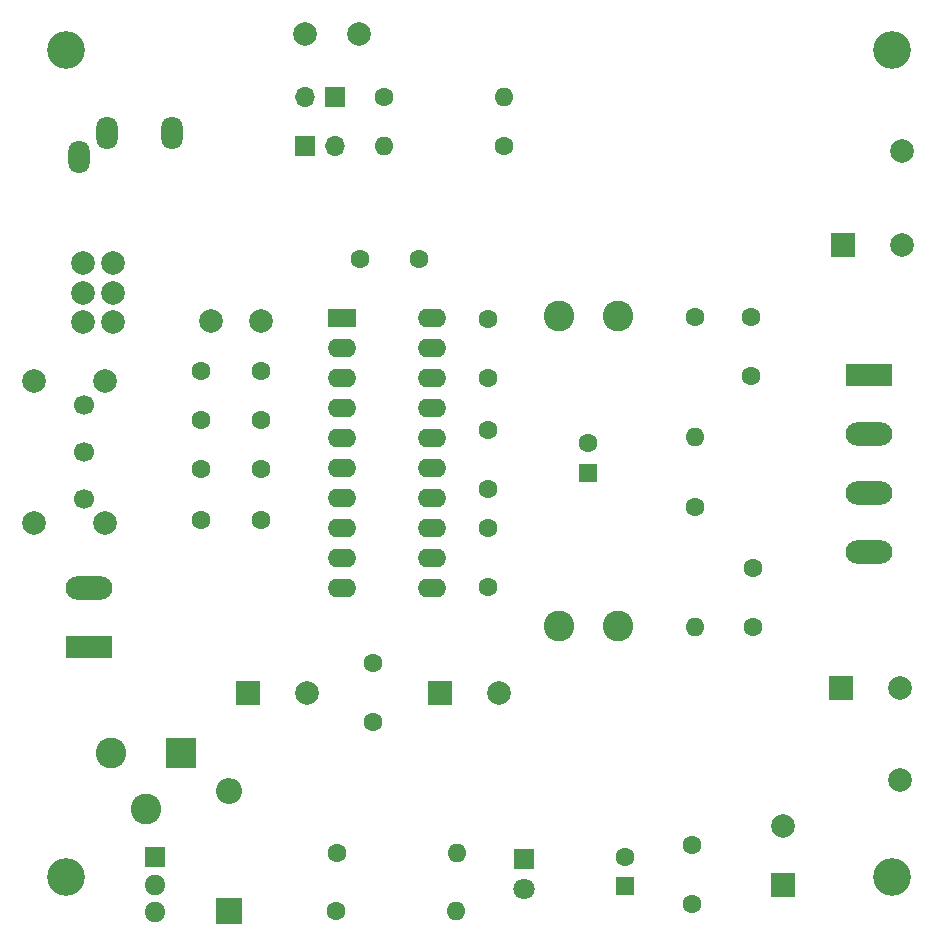
<source format=gbs>
%TF.GenerationSoftware,KiCad,Pcbnew,8.0.5*%
%TF.CreationDate,2024-09-22T22:57:25-04:00*%
%TF.ProjectId,TPA3122D2_Amplifier,54504133-3132-4324-9432-5f416d706c69,rev?*%
%TF.SameCoordinates,Original*%
%TF.FileFunction,Soldermask,Bot*%
%TF.FilePolarity,Negative*%
%FSLAX46Y46*%
G04 Gerber Fmt 4.6, Leading zero omitted, Abs format (unit mm)*
G04 Created by KiCad (PCBNEW 8.0.5) date 2024-09-22 22:57:25*
%MOMM*%
%LPD*%
G01*
G04 APERTURE LIST*
%ADD10R,1.700000X1.700000*%
%ADD11O,1.700000X1.700000*%
%ADD12C,1.600000*%
%ADD13O,1.600000X1.600000*%
%ADD14R,2.000000X2.000000*%
%ADD15C,2.000000*%
%ADD16C,2.600000*%
%ADD17R,2.600000X2.600000*%
%ADD18C,3.200000*%
%ADD19O,1.800000X2.800000*%
%ADD20R,3.960000X1.980000*%
%ADD21O,3.960000X1.980000*%
%ADD22R,2.400000X1.600000*%
%ADD23O,2.400000X1.600000*%
%ADD24C,1.700000*%
%ADD25R,2.200000X2.200000*%
%ADD26O,2.200000X2.200000*%
%ADD27R,1.800000X1.717500*%
%ADD28O,1.800000X1.717500*%
%ADD29R,1.600000X1.600000*%
%ADD30R,1.800000X1.800000*%
%ADD31C,1.800000*%
G04 APERTURE END LIST*
D10*
%TO.C,JP2*%
X127825000Y-58950000D03*
D11*
X125285000Y-58950000D03*
%TD*%
D12*
%TO.C,C14*%
X131050000Y-111900000D03*
X131050000Y-106900000D03*
%TD*%
%TO.C,R4*%
X131970000Y-58950000D03*
D13*
X142130000Y-58950000D03*
%TD*%
D12*
%TO.C,R1*%
X127970000Y-122975000D03*
D13*
X138130000Y-122975000D03*
%TD*%
D10*
%TO.C,JP1*%
X125255000Y-63100000D03*
D11*
X127795000Y-63100000D03*
%TD*%
D14*
%TO.C,C10*%
X170832323Y-71500000D03*
D15*
X175832323Y-71500000D03*
%TD*%
D16*
%TO.C,L1*%
X146750000Y-77500000D03*
X151750000Y-77500000D03*
%TD*%
D14*
%TO.C,C1*%
X165775000Y-125700000D03*
D15*
X165775000Y-120700000D03*
%TD*%
%TO.C,TP1*%
X125300000Y-53600000D03*
%TD*%
D16*
%TO.C,L2*%
X146750000Y-103750000D03*
X151750000Y-103750000D03*
%TD*%
D17*
%TO.C,J1*%
X114800000Y-114500000D03*
D16*
X108800000Y-114500000D03*
X111800000Y-119200000D03*
%TD*%
D15*
%TO.C,TP5*%
X175850000Y-63500000D03*
%TD*%
D14*
%TO.C,C13*%
X120400000Y-109400000D03*
D15*
X125400000Y-109400000D03*
%TD*%
%TO.C,TP3*%
X117300000Y-77900000D03*
%TD*%
D18*
%TO.C,H2*%
X175000000Y-125000000D03*
%TD*%
D12*
%TO.C,C16*%
X140750000Y-92120000D03*
X140750000Y-87120000D03*
%TD*%
%TO.C,C9*%
X140750000Y-95450000D03*
X140750000Y-100450000D03*
%TD*%
D15*
%TO.C,TP4*%
X121500000Y-77900000D03*
%TD*%
D19*
%TO.C,J3*%
X114000000Y-62000000D03*
X106100000Y-64000000D03*
X108500000Y-62000000D03*
%TD*%
D20*
%TO.C,J2*%
X107000000Y-105500000D03*
D21*
X107000000Y-100500000D03*
%TD*%
D22*
%TO.C,U1*%
X128380000Y-77640000D03*
D23*
X128380000Y-80180000D03*
X128380000Y-82720000D03*
X128380000Y-85260000D03*
X128380000Y-87800000D03*
X128380000Y-90340000D03*
X128380000Y-92880000D03*
X128380000Y-95420000D03*
X128380000Y-97960000D03*
X128380000Y-100500000D03*
X136000000Y-100500000D03*
X136000000Y-97960000D03*
X136000000Y-95420000D03*
X136000000Y-92880000D03*
X136000000Y-90340000D03*
X136000000Y-87800000D03*
X136000000Y-85260000D03*
X136000000Y-82720000D03*
X136000000Y-80180000D03*
X136000000Y-77640000D03*
%TD*%
D12*
%TO.C,C4*%
X121500000Y-94800000D03*
X116500000Y-94800000D03*
%TD*%
D15*
%TO.C,SW1*%
X108332500Y-83000000D03*
X102332500Y-83000000D03*
X108332500Y-95000000D03*
X102332500Y-95000000D03*
D24*
X106582500Y-85000000D03*
X106582500Y-89000000D03*
X106582500Y-93000000D03*
%TD*%
D25*
%TO.C,D1*%
X118800000Y-127900000D03*
D26*
X118800000Y-117740000D03*
%TD*%
D18*
%TO.C,H4*%
X175000000Y-55000000D03*
%TD*%
D12*
%TO.C,R2*%
X127920000Y-127900000D03*
D13*
X138080000Y-127900000D03*
%TD*%
D12*
%TO.C,C15*%
X129900000Y-72700000D03*
X134900000Y-72700000D03*
%TD*%
D20*
%TO.C,J4*%
X173000000Y-82500000D03*
D21*
X173000000Y-87500000D03*
X173000000Y-92500000D03*
X173000000Y-97500000D03*
%TD*%
D12*
%TO.C,C3*%
X158075000Y-127275000D03*
X158075000Y-122275000D03*
%TD*%
D27*
%TO.C,Q1*%
X112580000Y-123330000D03*
D28*
X112580000Y-125620000D03*
X112580000Y-127910000D03*
%TD*%
D15*
%TO.C,TP2*%
X129800000Y-53600000D03*
%TD*%
D18*
%TO.C,H3*%
X105000000Y-55000000D03*
%TD*%
D15*
%TO.C,RV1*%
X109000000Y-78000000D03*
X109000000Y-75500000D03*
X109000000Y-73000000D03*
X106500000Y-78000000D03*
X106500000Y-75500000D03*
X106500000Y-73000000D03*
%TD*%
D29*
%TO.C,C17*%
X149250000Y-90750000D03*
D12*
X149250000Y-88250000D03*
%TD*%
D14*
%TO.C,C12*%
X136700000Y-109400000D03*
D15*
X141700000Y-109400000D03*
%TD*%
%TO.C,TP6*%
X175650000Y-116800000D03*
%TD*%
D12*
%TO.C,C19*%
X116500000Y-86300000D03*
X121500000Y-86300000D03*
%TD*%
D14*
%TO.C,C11*%
X170632323Y-109000000D03*
D15*
X175632323Y-109000000D03*
%TD*%
D12*
%TO.C,R6*%
X158250000Y-93670000D03*
D13*
X158250000Y-103830000D03*
%TD*%
D18*
%TO.C,H1*%
X105000000Y-125000000D03*
%TD*%
D30*
%TO.C,D2*%
X143800000Y-123435000D03*
D31*
X143800000Y-125975000D03*
%TD*%
D12*
%TO.C,C8*%
X163200000Y-98850000D03*
X163200000Y-103850000D03*
%TD*%
%TO.C,C5*%
X121500000Y-90450000D03*
X116500000Y-90450000D03*
%TD*%
%TO.C,C18*%
X116500000Y-82125000D03*
X121500000Y-82125000D03*
%TD*%
%TO.C,C6*%
X140750000Y-82700000D03*
X140750000Y-77700000D03*
%TD*%
%TO.C,C7*%
X163000000Y-77550000D03*
X163000000Y-82550000D03*
%TD*%
%TO.C,R3*%
X142100000Y-63100000D03*
D13*
X131940000Y-63100000D03*
%TD*%
D12*
%TO.C,R5*%
X158250000Y-77550000D03*
D13*
X158250000Y-87710000D03*
%TD*%
D29*
%TO.C,C2*%
X152325000Y-125775000D03*
D12*
X152325000Y-123275000D03*
%TD*%
M02*

</source>
